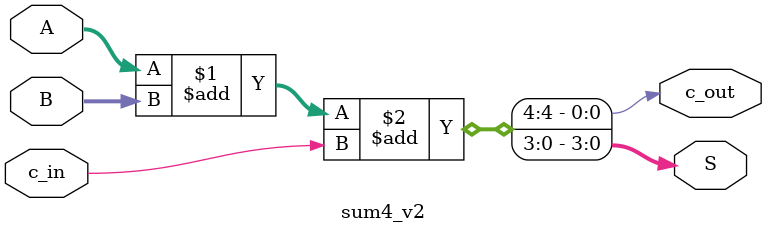
<source format=v>
module sum4_v2(output wire[3:0] S, output wire c_out, input wire[3:0] A, input wire[3:0] B, input wire c_in);

  assign {c_out, S} = A + B + c_in;

endmodule

</source>
